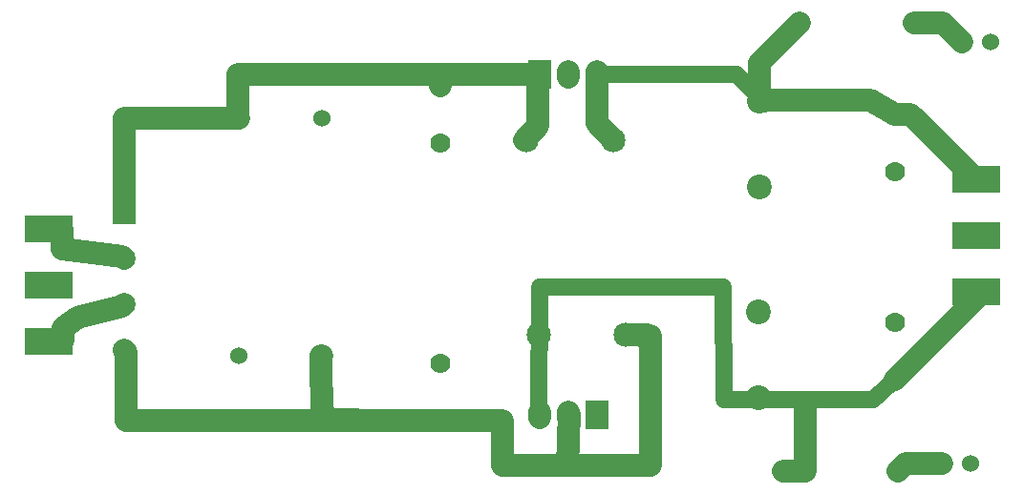
<source format=gtl>
G04 ---------------------------- Layer name :TOP LAYER*
G04 EasyEDA v5.4.10, Tue, 24 Apr 2018 06:19:31 GMT*
G04 0ec78c7897c84d5d92d9569371cc6eda*
G04 Gerber Generator version 0.2*
G04 Scale: 100 percent, Rotated: No, Reflected: No *
G04 Dimensions in millimeters *
G04 leading zeros omitted , absolute positions ,3 integer and 3 decimal *
%FSLAX33Y33*%
%MOMM*%
G90*
G71D02*

%ADD11C,1.999996*%
%ADD12C,1.499997*%
%ADD13R,2.000001X2.500000*%
%ADD14C,2.159000*%
%ADD15R,4.284980X2.379980*%
%ADD16R,1.999996X1.999996*%
%ADD17C,2.200001*%
%ADD18C,1.778000*%
%ADD19C,1.879600*%
%ADD20C,1.524000*%
%ADD21C,2.000001*%

%LPD*%
G54D11*
G01X52812Y37110D02*
G01X52812Y32784D01*
G01X54285Y31311D01*
G01X4220Y23414D02*
G01X5408Y23414D01*
G01X5412Y23410D01*
G01X5412Y21610D01*
G01X10749Y20910D01*
G01X10915Y20751D01*
G01X4221Y13406D02*
G01X5410Y13406D01*
G01X5511Y13512D01*
G01X5512Y14610D01*
G01X6812Y15510D01*
G01X10741Y16510D01*
G01X10916Y16685D01*
G01X10915Y24805D02*
G01X10915Y31807D01*
G01X10912Y33210D01*
G01X21046Y33210D01*
G01X21046Y33210D01*
G01X28412Y12110D02*
G01X28371Y12110D01*
G01X28412Y6510D01*
G01X32811Y6410D01*
G01X11112Y6410D01*
G01X11115Y12514D01*
G01X10916Y12623D01*
G01X21046Y33210D02*
G01X21013Y33385D01*
G01X21013Y37109D01*
G01X38912Y37110D01*
G01X38912Y36090D01*
G01X44414Y6408D02*
G01X32514Y6408D01*
G01X32612Y6410D01*
G01X32811Y6410D01*
G01X38912Y37109D02*
G01X38912Y37110D01*
G01X45312Y37110D01*
G01X47759Y37109D01*
G54D12*
G01X52837Y37111D02*
G01X65232Y37109D01*
G01X67611Y34729D01*
G01X47785Y6911D02*
G01X47706Y6911D01*
G01X47726Y18209D01*
G01X63972Y18209D01*
G01X64053Y8211D01*
G01X77312Y8211D01*
G01X79212Y10007D01*
G54D11*
G01X50325Y6911D02*
G01X50358Y6967D01*
G01X50218Y2413D01*
G01X44416Y2410D01*
G01X44414Y6408D01*
G01X67612Y34729D02*
G01X67612Y34810D01*
G01X77012Y34810D01*
G01X79212Y33591D01*
G01X79212Y33591D02*
G01X80628Y33591D01*
G01X86405Y27814D01*
G01X50218Y2413D02*
G01X57612Y2410D01*
G01X57612Y2509D01*
G01X57612Y13911D01*
G01X55410Y14013D01*
G01X57312Y14010D01*
G01X86405Y17805D02*
G01X86405Y17200D01*
G01X79212Y10007D01*
G01X67213Y34729D02*
G01X67213Y38110D01*
G01X70812Y41709D01*
G01X83415Y2607D02*
G01X80174Y2607D01*
G01X79475Y1908D01*
G01X69315Y1908D02*
G01X71313Y1908D01*
G01X71312Y7910D01*
G01X47612Y37110D02*
G01X47612Y32505D01*
G01X46418Y31311D01*
G01X80972Y41709D02*
G01X83512Y41709D01*
G01X85211Y40010D01*
G54D13*
G01X47759Y37109D03*
G01X52867Y6911D03*
G54D14*
G01X54310Y31313D03*
G01X46563Y31313D03*
G01X55410Y14013D03*
G01X47663Y14013D03*
G54D15*
G01X4221Y18409D03*
G01X4221Y13406D03*
G01X4221Y23413D03*
G01X86405Y22809D03*
G01X86405Y27813D03*
G01X86405Y17805D03*
G54D16*
G01X10914Y24803D03*
G54D11*
G01X10914Y20744D03*
G01X10914Y16685D03*
G01X10914Y12623D03*
G54D17*
G01X67114Y8412D03*
G01X67114Y16032D03*
G01X67213Y27109D03*
G01X67213Y34729D03*
G54D18*
G01X38912Y31010D03*
G01X38912Y36090D03*
G01X38912Y6410D03*
G01X38912Y11490D03*
G01X79212Y10007D03*
G01X79212Y15087D03*
G01X79212Y28511D03*
G01X79212Y33591D03*
G54D19*
G01X70812Y41709D03*
G01X80972Y41709D03*
G01X69314Y1910D03*
G01X79474Y1910D03*
G54D20*
G01X83413Y2608D03*
G01X85953Y2608D03*
G01X85211Y40010D03*
G01X87751Y40010D03*
G01X28412Y33210D03*
G01X21046Y33210D03*
G01X28412Y12110D03*
G01X21046Y12110D03*
G54D21*
G01X52837Y37360D02*
G01X52837Y36860D01*
G01X50297Y37360D02*
G01X50297Y36860D01*
G01X47785Y6660D02*
G01X47785Y7160D01*
G01X50325Y6660D02*
G01X50325Y7160D01*
M00*
M02*

</source>
